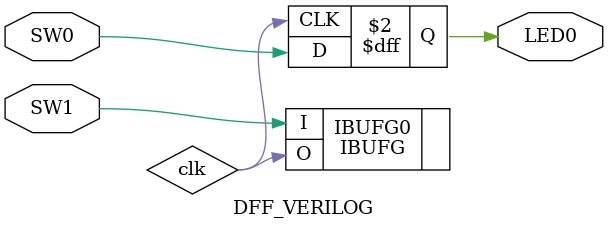
<source format=v>
module DFF_VERILOG(SW0, SW1, LED0);

    input  SW0;
    input  SW1;
    output LED0;

    reg    LED0;
	 wire   clk;

	 IBUFG IBUFG0(
	  .O(clk),
	  .I(SW1)
	 );

    always @(posedge clk) begin
        LED0 <= SW0;
    end

endmodule

</source>
